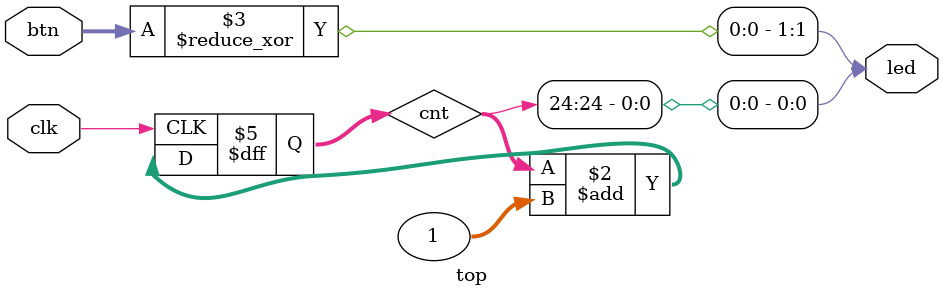
<source format=v>
`timescale 1ns / 1ps
 
module top(
	input clk,
	output [1:0]led,
    input [2:0]btn
    );
	reg [31:0]cnt = 0;
	always @ (posedge clk) begin
        cnt <= cnt + 1;
	end
    assign led[0] = cnt[24];
    assign led[1] = ^btn;
endmodule


</source>
